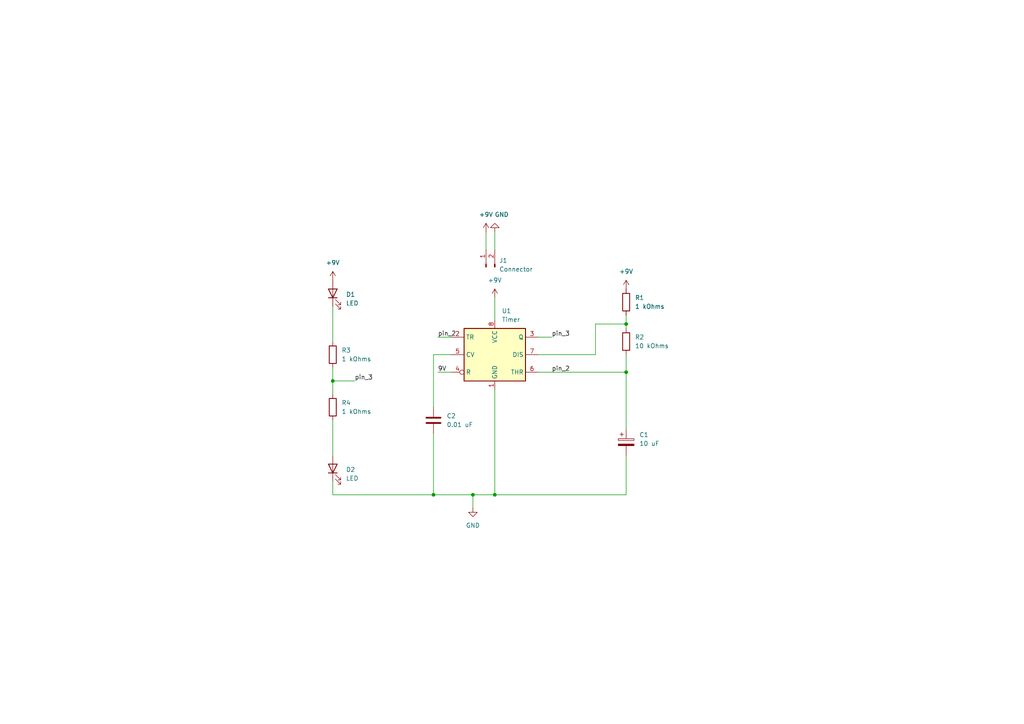
<source format=kicad_sch>
(kicad_sch (version 20211123) (generator eeschema)

  (uuid e760c7b1-4d3b-4c86-b0e3-f07237099bb0)

  (paper "A4")

  (lib_symbols
    (symbol "Connector:Conn_01x02_Male" (pin_names (offset 1.016) hide) (in_bom yes) (on_board yes)
      (property "Reference" "J" (id 0) (at 0 2.54 0)
        (effects (font (size 1.27 1.27)))
      )
      (property "Value" "Conn_01x02_Male" (id 1) (at 0 -5.08 0)
        (effects (font (size 1.27 1.27)))
      )
      (property "Footprint" "" (id 2) (at 0 0 0)
        (effects (font (size 1.27 1.27)) hide)
      )
      (property "Datasheet" "~" (id 3) (at 0 0 0)
        (effects (font (size 1.27 1.27)) hide)
      )
      (property "ki_keywords" "connector" (id 4) (at 0 0 0)
        (effects (font (size 1.27 1.27)) hide)
      )
      (property "ki_description" "Generic connector, single row, 01x02, script generated (kicad-library-utils/schlib/autogen/connector/)" (id 5) (at 0 0 0)
        (effects (font (size 1.27 1.27)) hide)
      )
      (property "ki_fp_filters" "Connector*:*_1x??_*" (id 6) (at 0 0 0)
        (effects (font (size 1.27 1.27)) hide)
      )
      (symbol "Conn_01x02_Male_1_1"
        (polyline
          (pts
            (xy 1.27 -2.54)
            (xy 0.8636 -2.54)
          )
          (stroke (width 0.1524) (type default) (color 0 0 0 0))
          (fill (type none))
        )
        (polyline
          (pts
            (xy 1.27 0)
            (xy 0.8636 0)
          )
          (stroke (width 0.1524) (type default) (color 0 0 0 0))
          (fill (type none))
        )
        (rectangle (start 0.8636 -2.413) (end 0 -2.667)
          (stroke (width 0.1524) (type default) (color 0 0 0 0))
          (fill (type outline))
        )
        (rectangle (start 0.8636 0.127) (end 0 -0.127)
          (stroke (width 0.1524) (type default) (color 0 0 0 0))
          (fill (type outline))
        )
        (pin passive line (at 5.08 0 180) (length 3.81)
          (name "Pin_1" (effects (font (size 1.27 1.27))))
          (number "1" (effects (font (size 1.27 1.27))))
        )
        (pin passive line (at 5.08 -2.54 180) (length 3.81)
          (name "Pin_2" (effects (font (size 1.27 1.27))))
          (number "2" (effects (font (size 1.27 1.27))))
        )
      )
    )
    (symbol "Device:C" (pin_numbers hide) (pin_names (offset 0.254)) (in_bom yes) (on_board yes)
      (property "Reference" "C" (id 0) (at 0.635 2.54 0)
        (effects (font (size 1.27 1.27)) (justify left))
      )
      (property "Value" "C" (id 1) (at 0.635 -2.54 0)
        (effects (font (size 1.27 1.27)) (justify left))
      )
      (property "Footprint" "" (id 2) (at 0.9652 -3.81 0)
        (effects (font (size 1.27 1.27)) hide)
      )
      (property "Datasheet" "~" (id 3) (at 0 0 0)
        (effects (font (size 1.27 1.27)) hide)
      )
      (property "ki_keywords" "cap capacitor" (id 4) (at 0 0 0)
        (effects (font (size 1.27 1.27)) hide)
      )
      (property "ki_description" "Unpolarized capacitor" (id 5) (at 0 0 0)
        (effects (font (size 1.27 1.27)) hide)
      )
      (property "ki_fp_filters" "C_*" (id 6) (at 0 0 0)
        (effects (font (size 1.27 1.27)) hide)
      )
      (symbol "C_0_1"
        (polyline
          (pts
            (xy -2.032 -0.762)
            (xy 2.032 -0.762)
          )
          (stroke (width 0.508) (type default) (color 0 0 0 0))
          (fill (type none))
        )
        (polyline
          (pts
            (xy -2.032 0.762)
            (xy 2.032 0.762)
          )
          (stroke (width 0.508) (type default) (color 0 0 0 0))
          (fill (type none))
        )
      )
      (symbol "C_1_1"
        (pin passive line (at 0 3.81 270) (length 2.794)
          (name "~" (effects (font (size 1.27 1.27))))
          (number "1" (effects (font (size 1.27 1.27))))
        )
        (pin passive line (at 0 -3.81 90) (length 2.794)
          (name "~" (effects (font (size 1.27 1.27))))
          (number "2" (effects (font (size 1.27 1.27))))
        )
      )
    )
    (symbol "Device:C_Polarized" (pin_numbers hide) (pin_names (offset 0.254)) (in_bom yes) (on_board yes)
      (property "Reference" "C" (id 0) (at 0.635 2.54 0)
        (effects (font (size 1.27 1.27)) (justify left))
      )
      (property "Value" "C_Polarized" (id 1) (at 0.635 -2.54 0)
        (effects (font (size 1.27 1.27)) (justify left))
      )
      (property "Footprint" "" (id 2) (at 0.9652 -3.81 0)
        (effects (font (size 1.27 1.27)) hide)
      )
      (property "Datasheet" "~" (id 3) (at 0 0 0)
        (effects (font (size 1.27 1.27)) hide)
      )
      (property "ki_keywords" "cap capacitor" (id 4) (at 0 0 0)
        (effects (font (size 1.27 1.27)) hide)
      )
      (property "ki_description" "Polarized capacitor" (id 5) (at 0 0 0)
        (effects (font (size 1.27 1.27)) hide)
      )
      (property "ki_fp_filters" "CP_*" (id 6) (at 0 0 0)
        (effects (font (size 1.27 1.27)) hide)
      )
      (symbol "C_Polarized_0_1"
        (rectangle (start -2.286 0.508) (end 2.286 1.016)
          (stroke (width 0) (type default) (color 0 0 0 0))
          (fill (type none))
        )
        (polyline
          (pts
            (xy -1.778 2.286)
            (xy -0.762 2.286)
          )
          (stroke (width 0) (type default) (color 0 0 0 0))
          (fill (type none))
        )
        (polyline
          (pts
            (xy -1.27 2.794)
            (xy -1.27 1.778)
          )
          (stroke (width 0) (type default) (color 0 0 0 0))
          (fill (type none))
        )
        (rectangle (start 2.286 -0.508) (end -2.286 -1.016)
          (stroke (width 0) (type default) (color 0 0 0 0))
          (fill (type outline))
        )
      )
      (symbol "C_Polarized_1_1"
        (pin passive line (at 0 3.81 270) (length 2.794)
          (name "~" (effects (font (size 1.27 1.27))))
          (number "1" (effects (font (size 1.27 1.27))))
        )
        (pin passive line (at 0 -3.81 90) (length 2.794)
          (name "~" (effects (font (size 1.27 1.27))))
          (number "2" (effects (font (size 1.27 1.27))))
        )
      )
    )
    (symbol "Device:LED" (pin_numbers hide) (pin_names (offset 1.016) hide) (in_bom yes) (on_board yes)
      (property "Reference" "D" (id 0) (at 0 2.54 0)
        (effects (font (size 1.27 1.27)))
      )
      (property "Value" "LED" (id 1) (at 0 -2.54 0)
        (effects (font (size 1.27 1.27)))
      )
      (property "Footprint" "" (id 2) (at 0 0 0)
        (effects (font (size 1.27 1.27)) hide)
      )
      (property "Datasheet" "~" (id 3) (at 0 0 0)
        (effects (font (size 1.27 1.27)) hide)
      )
      (property "ki_keywords" "LED diode" (id 4) (at 0 0 0)
        (effects (font (size 1.27 1.27)) hide)
      )
      (property "ki_description" "Light emitting diode" (id 5) (at 0 0 0)
        (effects (font (size 1.27 1.27)) hide)
      )
      (property "ki_fp_filters" "LED* LED_SMD:* LED_THT:*" (id 6) (at 0 0 0)
        (effects (font (size 1.27 1.27)) hide)
      )
      (symbol "LED_0_1"
        (polyline
          (pts
            (xy -1.27 -1.27)
            (xy -1.27 1.27)
          )
          (stroke (width 0.254) (type default) (color 0 0 0 0))
          (fill (type none))
        )
        (polyline
          (pts
            (xy -1.27 0)
            (xy 1.27 0)
          )
          (stroke (width 0) (type default) (color 0 0 0 0))
          (fill (type none))
        )
        (polyline
          (pts
            (xy 1.27 -1.27)
            (xy 1.27 1.27)
            (xy -1.27 0)
            (xy 1.27 -1.27)
          )
          (stroke (width 0.254) (type default) (color 0 0 0 0))
          (fill (type none))
        )
        (polyline
          (pts
            (xy -3.048 -0.762)
            (xy -4.572 -2.286)
            (xy -3.81 -2.286)
            (xy -4.572 -2.286)
            (xy -4.572 -1.524)
          )
          (stroke (width 0) (type default) (color 0 0 0 0))
          (fill (type none))
        )
        (polyline
          (pts
            (xy -1.778 -0.762)
            (xy -3.302 -2.286)
            (xy -2.54 -2.286)
            (xy -3.302 -2.286)
            (xy -3.302 -1.524)
          )
          (stroke (width 0) (type default) (color 0 0 0 0))
          (fill (type none))
        )
      )
      (symbol "LED_1_1"
        (pin passive line (at -3.81 0 0) (length 2.54)
          (name "K" (effects (font (size 1.27 1.27))))
          (number "1" (effects (font (size 1.27 1.27))))
        )
        (pin passive line (at 3.81 0 180) (length 2.54)
          (name "A" (effects (font (size 1.27 1.27))))
          (number "2" (effects (font (size 1.27 1.27))))
        )
      )
    )
    (symbol "Device:R" (pin_numbers hide) (pin_names (offset 0)) (in_bom yes) (on_board yes)
      (property "Reference" "R" (id 0) (at 2.032 0 90)
        (effects (font (size 1.27 1.27)))
      )
      (property "Value" "R" (id 1) (at 0 0 90)
        (effects (font (size 1.27 1.27)))
      )
      (property "Footprint" "" (id 2) (at -1.778 0 90)
        (effects (font (size 1.27 1.27)) hide)
      )
      (property "Datasheet" "~" (id 3) (at 0 0 0)
        (effects (font (size 1.27 1.27)) hide)
      )
      (property "ki_keywords" "R res resistor" (id 4) (at 0 0 0)
        (effects (font (size 1.27 1.27)) hide)
      )
      (property "ki_description" "Resistor" (id 5) (at 0 0 0)
        (effects (font (size 1.27 1.27)) hide)
      )
      (property "ki_fp_filters" "R_*" (id 6) (at 0 0 0)
        (effects (font (size 1.27 1.27)) hide)
      )
      (symbol "R_0_1"
        (rectangle (start -1.016 -2.54) (end 1.016 2.54)
          (stroke (width 0.254) (type default) (color 0 0 0 0))
          (fill (type none))
        )
      )
      (symbol "R_1_1"
        (pin passive line (at 0 3.81 270) (length 1.27)
          (name "~" (effects (font (size 1.27 1.27))))
          (number "1" (effects (font (size 1.27 1.27))))
        )
        (pin passive line (at 0 -3.81 90) (length 1.27)
          (name "~" (effects (font (size 1.27 1.27))))
          (number "2" (effects (font (size 1.27 1.27))))
        )
      )
    )
    (symbol "Timer:NE555D" (in_bom yes) (on_board yes)
      (property "Reference" "U" (id 0) (at -10.16 8.89 0)
        (effects (font (size 1.27 1.27)) (justify left))
      )
      (property "Value" "NE555D" (id 1) (at 2.54 8.89 0)
        (effects (font (size 1.27 1.27)) (justify left))
      )
      (property "Footprint" "Package_SO:SOIC-8_3.9x4.9mm_P1.27mm" (id 2) (at 21.59 -10.16 0)
        (effects (font (size 1.27 1.27)) hide)
      )
      (property "Datasheet" "http://www.ti.com/lit/ds/symlink/ne555.pdf" (id 3) (at 21.59 -10.16 0)
        (effects (font (size 1.27 1.27)) hide)
      )
      (property "ki_keywords" "single timer 555" (id 4) (at 0 0 0)
        (effects (font (size 1.27 1.27)) hide)
      )
      (property "ki_description" "Precision Timers, 555 compatible, SOIC-8" (id 5) (at 0 0 0)
        (effects (font (size 1.27 1.27)) hide)
      )
      (property "ki_fp_filters" "SOIC*3.9x4.9mm*P1.27mm*" (id 6) (at 0 0 0)
        (effects (font (size 1.27 1.27)) hide)
      )
      (symbol "NE555D_0_0"
        (pin power_in line (at 0 -10.16 90) (length 2.54)
          (name "GND" (effects (font (size 1.27 1.27))))
          (number "1" (effects (font (size 1.27 1.27))))
        )
        (pin power_in line (at 0 10.16 270) (length 2.54)
          (name "VCC" (effects (font (size 1.27 1.27))))
          (number "8" (effects (font (size 1.27 1.27))))
        )
      )
      (symbol "NE555D_0_1"
        (rectangle (start -8.89 -7.62) (end 8.89 7.62)
          (stroke (width 0.254) (type default) (color 0 0 0 0))
          (fill (type background))
        )
        (rectangle (start -8.89 -7.62) (end 8.89 7.62)
          (stroke (width 0.254) (type default) (color 0 0 0 0))
          (fill (type background))
        )
      )
      (symbol "NE555D_1_1"
        (pin input line (at -12.7 5.08 0) (length 3.81)
          (name "TR" (effects (font (size 1.27 1.27))))
          (number "2" (effects (font (size 1.27 1.27))))
        )
        (pin output line (at 12.7 5.08 180) (length 3.81)
          (name "Q" (effects (font (size 1.27 1.27))))
          (number "3" (effects (font (size 1.27 1.27))))
        )
        (pin input inverted (at -12.7 -5.08 0) (length 3.81)
          (name "R" (effects (font (size 1.27 1.27))))
          (number "4" (effects (font (size 1.27 1.27))))
        )
        (pin input line (at -12.7 0 0) (length 3.81)
          (name "CV" (effects (font (size 1.27 1.27))))
          (number "5" (effects (font (size 1.27 1.27))))
        )
        (pin input line (at 12.7 -5.08 180) (length 3.81)
          (name "THR" (effects (font (size 1.27 1.27))))
          (number "6" (effects (font (size 1.27 1.27))))
        )
        (pin input line (at 12.7 0 180) (length 3.81)
          (name "DIS" (effects (font (size 1.27 1.27))))
          (number "7" (effects (font (size 1.27 1.27))))
        )
      )
    )
    (symbol "power:+9V" (power) (pin_names (offset 0)) (in_bom yes) (on_board yes)
      (property "Reference" "#PWR" (id 0) (at 0 -3.81 0)
        (effects (font (size 1.27 1.27)) hide)
      )
      (property "Value" "+9V" (id 1) (at 0 3.556 0)
        (effects (font (size 1.27 1.27)))
      )
      (property "Footprint" "" (id 2) (at 0 0 0)
        (effects (font (size 1.27 1.27)) hide)
      )
      (property "Datasheet" "" (id 3) (at 0 0 0)
        (effects (font (size 1.27 1.27)) hide)
      )
      (property "ki_keywords" "global power" (id 4) (at 0 0 0)
        (effects (font (size 1.27 1.27)) hide)
      )
      (property "ki_description" "Power symbol creates a global label with name \"+9V\"" (id 5) (at 0 0 0)
        (effects (font (size 1.27 1.27)) hide)
      )
      (symbol "+9V_0_1"
        (polyline
          (pts
            (xy -0.762 1.27)
            (xy 0 2.54)
          )
          (stroke (width 0) (type default) (color 0 0 0 0))
          (fill (type none))
        )
        (polyline
          (pts
            (xy 0 0)
            (xy 0 2.54)
          )
          (stroke (width 0) (type default) (color 0 0 0 0))
          (fill (type none))
        )
        (polyline
          (pts
            (xy 0 2.54)
            (xy 0.762 1.27)
          )
          (stroke (width 0) (type default) (color 0 0 0 0))
          (fill (type none))
        )
      )
      (symbol "+9V_1_1"
        (pin power_in line (at 0 0 90) (length 0) hide
          (name "+9V" (effects (font (size 1.27 1.27))))
          (number "1" (effects (font (size 1.27 1.27))))
        )
      )
    )
    (symbol "power:GND" (power) (pin_names (offset 0)) (in_bom yes) (on_board yes)
      (property "Reference" "#PWR" (id 0) (at 0 -6.35 0)
        (effects (font (size 1.27 1.27)) hide)
      )
      (property "Value" "GND" (id 1) (at 0 -3.81 0)
        (effects (font (size 1.27 1.27)))
      )
      (property "Footprint" "" (id 2) (at 0 0 0)
        (effects (font (size 1.27 1.27)) hide)
      )
      (property "Datasheet" "" (id 3) (at 0 0 0)
        (effects (font (size 1.27 1.27)) hide)
      )
      (property "ki_keywords" "global power" (id 4) (at 0 0 0)
        (effects (font (size 1.27 1.27)) hide)
      )
      (property "ki_description" "Power symbol creates a global label with name \"GND\" , ground" (id 5) (at 0 0 0)
        (effects (font (size 1.27 1.27)) hide)
      )
      (symbol "GND_0_1"
        (polyline
          (pts
            (xy 0 0)
            (xy 0 -1.27)
            (xy 1.27 -1.27)
            (xy 0 -2.54)
            (xy -1.27 -1.27)
            (xy 0 -1.27)
          )
          (stroke (width 0) (type default) (color 0 0 0 0))
          (fill (type none))
        )
      )
      (symbol "GND_1_1"
        (pin power_in line (at 0 0 270) (length 0) hide
          (name "GND" (effects (font (size 1.27 1.27))))
          (number "1" (effects (font (size 1.27 1.27))))
        )
      )
    )
  )

  (junction (at 181.61 93.98) (diameter 0) (color 0 0 0 0)
    (uuid 4744dfd4-2212-4713-83b2-bc5b4c027e64)
  )
  (junction (at 181.61 107.95) (diameter 0) (color 0 0 0 0)
    (uuid 688a554f-f82a-444f-ba13-1bb71ccc0bed)
  )
  (junction (at 143.51 143.51) (diameter 0) (color 0 0 0 0)
    (uuid 7da3f725-aab3-4a13-beb1-7984b4f8e33b)
  )
  (junction (at 96.52 110.49) (diameter 0) (color 0 0 0 0)
    (uuid 81afbb31-634a-4d11-af7a-98c3f93651a4)
  )
  (junction (at 125.73 143.51) (diameter 0) (color 0 0 0 0)
    (uuid ded467f9-e452-46ba-81cc-61741da0f37c)
  )
  (junction (at 137.16 143.51) (diameter 0) (color 0 0 0 0)
    (uuid e3187303-a30f-43c8-8627-a998c965da3a)
  )

  (wire (pts (xy 181.61 91.44) (xy 181.61 93.98))
    (stroke (width 0) (type default) (color 0 0 0 0))
    (uuid 0386243b-e133-4512-9ceb-d62a0c3c8649)
  )
  (wire (pts (xy 96.52 139.7) (xy 96.52 143.51))
    (stroke (width 0) (type default) (color 0 0 0 0))
    (uuid 0ea23fd6-1c60-4bf5-8a4f-6902157668db)
  )
  (wire (pts (xy 127 107.95) (xy 130.81 107.95))
    (stroke (width 0) (type default) (color 0 0 0 0))
    (uuid 0f2092d8-6e69-4590-9cb7-9852fe89ebfe)
  )
  (wire (pts (xy 96.52 106.68) (xy 96.52 110.49))
    (stroke (width 0) (type default) (color 0 0 0 0))
    (uuid 1f9760c8-d812-40fe-9035-c2c89d087c0a)
  )
  (wire (pts (xy 130.81 102.87) (xy 125.73 102.87))
    (stroke (width 0) (type default) (color 0 0 0 0))
    (uuid 224154bc-4fc9-41eb-a16c-32b9adad3fc7)
  )
  (wire (pts (xy 127 97.79) (xy 130.81 97.79))
    (stroke (width 0) (type default) (color 0 0 0 0))
    (uuid 2a94e43f-94fc-469a-b35a-221a87d1d339)
  )
  (wire (pts (xy 143.51 143.51) (xy 181.61 143.51))
    (stroke (width 0) (type default) (color 0 0 0 0))
    (uuid 2f812344-8003-461b-97e2-81a79555ada6)
  )
  (wire (pts (xy 156.21 97.79) (xy 160.02 97.79))
    (stroke (width 0) (type default) (color 0 0 0 0))
    (uuid 35d99a95-6d24-4b5f-b49c-9cf02f5af59c)
  )
  (wire (pts (xy 156.21 107.95) (xy 181.61 107.95))
    (stroke (width 0) (type default) (color 0 0 0 0))
    (uuid 41f821d4-f1d2-4033-8cd6-fccd54c69049)
  )
  (wire (pts (xy 143.51 113.03) (xy 143.51 143.51))
    (stroke (width 0) (type default) (color 0 0 0 0))
    (uuid 44e7317d-b1ea-4467-9aa0-54d9f04a2754)
  )
  (wire (pts (xy 181.61 107.95) (xy 181.61 124.46))
    (stroke (width 0) (type default) (color 0 0 0 0))
    (uuid 4aa22501-364e-499e-a24a-93de5cf9046c)
  )
  (wire (pts (xy 125.73 143.51) (xy 137.16 143.51))
    (stroke (width 0) (type default) (color 0 0 0 0))
    (uuid 539aed8d-cf64-4ccd-9257-216c44b9c0e8)
  )
  (wire (pts (xy 172.72 102.87) (xy 172.72 93.98))
    (stroke (width 0) (type default) (color 0 0 0 0))
    (uuid 6b195e07-835f-4e7d-ac26-07a78e7c064a)
  )
  (wire (pts (xy 172.72 93.98) (xy 181.61 93.98))
    (stroke (width 0) (type default) (color 0 0 0 0))
    (uuid 716ab167-f81f-4f29-9539-e4f489e6ab39)
  )
  (wire (pts (xy 96.52 121.92) (xy 96.52 132.08))
    (stroke (width 0) (type default) (color 0 0 0 0))
    (uuid 71b5f7a6-8693-4b54-acdd-601f369c51ee)
  )
  (wire (pts (xy 96.52 88.9) (xy 96.52 99.06))
    (stroke (width 0) (type default) (color 0 0 0 0))
    (uuid 7cf92171-d02d-42f1-b11c-03a05daeeb00)
  )
  (wire (pts (xy 140.97 67.31) (xy 140.97 72.39))
    (stroke (width 0) (type default) (color 0 0 0 0))
    (uuid 80fa3b55-ca2e-47c9-b6f5-24590137c86c)
  )
  (wire (pts (xy 181.61 93.98) (xy 181.61 95.25))
    (stroke (width 0) (type default) (color 0 0 0 0))
    (uuid 93d53157-87b3-4052-9c02-0b0cd8544e44)
  )
  (wire (pts (xy 137.16 143.51) (xy 137.16 147.32))
    (stroke (width 0) (type default) (color 0 0 0 0))
    (uuid 940bf7a3-e8d5-45bf-9251-681d8b3f6d24)
  )
  (wire (pts (xy 96.52 110.49) (xy 96.52 114.3))
    (stroke (width 0) (type default) (color 0 0 0 0))
    (uuid 97ad1579-025d-4305-873f-b672deddc523)
  )
  (wire (pts (xy 125.73 125.73) (xy 125.73 143.51))
    (stroke (width 0) (type default) (color 0 0 0 0))
    (uuid 9c0f1d47-3b4c-4231-bea9-d77979f0cf2c)
  )
  (wire (pts (xy 96.52 143.51) (xy 125.73 143.51))
    (stroke (width 0) (type default) (color 0 0 0 0))
    (uuid ae1f862a-f8f7-4e2b-a0c0-682ea60e9c50)
  )
  (wire (pts (xy 143.51 67.31) (xy 143.51 72.39))
    (stroke (width 0) (type default) (color 0 0 0 0))
    (uuid b70be0dc-f1c9-431d-91ef-a916fcb9a606)
  )
  (wire (pts (xy 156.21 102.87) (xy 172.72 102.87))
    (stroke (width 0) (type default) (color 0 0 0 0))
    (uuid b7590bdd-b1f8-4731-ae73-aa5e9decff0d)
  )
  (wire (pts (xy 125.73 102.87) (xy 125.73 118.11))
    (stroke (width 0) (type default) (color 0 0 0 0))
    (uuid c8cf9bc7-5433-40dd-8e7d-dfccb7af478c)
  )
  (wire (pts (xy 96.52 110.49) (xy 102.87 110.49))
    (stroke (width 0) (type default) (color 0 0 0 0))
    (uuid cb45e834-c801-42f9-9cfa-f7c0dedb623c)
  )
  (wire (pts (xy 137.16 143.51) (xy 143.51 143.51))
    (stroke (width 0) (type default) (color 0 0 0 0))
    (uuid e437ea99-d029-4eff-9ab3-354b2c404e6a)
  )
  (wire (pts (xy 181.61 143.51) (xy 181.61 132.08))
    (stroke (width 0) (type default) (color 0 0 0 0))
    (uuid e968ebf4-58c2-4c44-8f56-99180a421d24)
  )
  (wire (pts (xy 143.51 86.36) (xy 143.51 92.71))
    (stroke (width 0) (type default) (color 0 0 0 0))
    (uuid faed0f6a-04ad-4c59-a95f-0a04abf5e21b)
  )
  (wire (pts (xy 181.61 102.87) (xy 181.61 107.95))
    (stroke (width 0) (type default) (color 0 0 0 0))
    (uuid fe206535-8385-4a71-a6c6-23d9d2f7be77)
  )

  (label "pin_3" (at 102.87 110.49 0)
    (effects (font (size 1.27 1.27)) (justify left bottom))
    (uuid 480d2f89-9801-4f05-ac53-98b4f1e65078)
  )
  (label "pin_2" (at 127 97.79 0)
    (effects (font (size 1.27 1.27)) (justify left bottom))
    (uuid bb4017ac-f6c9-46f8-81b1-633afe5ba19c)
  )
  (label "pin_2" (at 160.02 107.95 0)
    (effects (font (size 1.27 1.27)) (justify left bottom))
    (uuid c228d715-1871-4fbb-985e-e0ae1d80f0e7)
  )
  (label "9V" (at 127 107.95 0)
    (effects (font (size 1.27 1.27)) (justify left bottom))
    (uuid c3ed9254-0c18-4d41-8bf6-882c05eb539f)
  )
  (label "pin_3" (at 160.02 97.79 0)
    (effects (font (size 1.27 1.27)) (justify left bottom))
    (uuid d3489be9-a38b-421d-b9ab-e8d25dd1b40b)
  )

  (symbol (lib_id "Connector:Conn_01x02_Male") (at 140.97 77.47 90) (unit 1)
    (in_bom yes) (on_board yes) (fields_autoplaced)
    (uuid 1b336aed-4c02-4614-993e-30df816cacf2)
    (property "Reference" "J1" (id 0) (at 144.78 75.5649 90)
      (effects (font (size 1.27 1.27)) (justify right))
    )
    (property "Value" "Connector" (id 1) (at 144.78 78.1049 90)
      (effects (font (size 1.27 1.27)) (justify right))
    )
    (property "Footprint" "TerminalBlock:TerminalBlock_bornier-2_P5.08mm" (id 2) (at 140.97 77.47 0)
      (effects (font (size 1.27 1.27)) hide)
    )
    (property "Datasheet" "~" (id 3) (at 140.97 77.47 0)
      (effects (font (size 1.27 1.27)) hide)
    )
    (pin "1" (uuid 805e06d4-1e2a-4ddd-930c-f328cffa0467))
    (pin "2" (uuid 6b901218-d633-48c3-bee5-b1ac74634b53))
  )

  (symbol (lib_id "Device:LED") (at 96.52 135.89 90) (unit 1)
    (in_bom yes) (on_board yes) (fields_autoplaced)
    (uuid 2dc6e577-f966-4483-b156-697886ada2fc)
    (property "Reference" "D2" (id 0) (at 100.33 136.2074 90)
      (effects (font (size 1.27 1.27)) (justify right))
    )
    (property "Value" "LED" (id 1) (at 100.33 138.7474 90)
      (effects (font (size 1.27 1.27)) (justify right))
    )
    (property "Footprint" "LED_SMD:LED_1206_3216Metric_Pad1.42x1.75mm_HandSolder" (id 2) (at 96.52 135.89 0)
      (effects (font (size 1.27 1.27)) hide)
    )
    (property "Datasheet" "~" (id 3) (at 96.52 135.89 0)
      (effects (font (size 1.27 1.27)) hide)
    )
    (pin "1" (uuid a8047ec4-d15e-4181-9df4-c94b85e5d3b0))
    (pin "2" (uuid 5f2370c5-c081-49b6-b126-1de39722da3a))
  )

  (symbol (lib_id "Device:C") (at 125.73 121.92 0) (unit 1)
    (in_bom yes) (on_board yes) (fields_autoplaced)
    (uuid 3ec3f434-16be-41c0-9af5-09607b1c38a0)
    (property "Reference" "C2" (id 0) (at 129.54 120.6499 0)
      (effects (font (size 1.27 1.27)) (justify left))
    )
    (property "Value" "0.01 uF" (id 1) (at 129.54 123.1899 0)
      (effects (font (size 1.27 1.27)) (justify left))
    )
    (property "Footprint" "Capacitor_SMD:C_0805_2012Metric_Pad1.18x1.45mm_HandSolder" (id 2) (at 126.6952 125.73 0)
      (effects (font (size 1.27 1.27)) hide)
    )
    (property "Datasheet" "~" (id 3) (at 125.73 121.92 0)
      (effects (font (size 1.27 1.27)) hide)
    )
    (pin "1" (uuid 3e0dc4c3-a2cc-4f10-a503-3907b93385a7))
    (pin "2" (uuid f6a37cd4-64fa-4bb3-9289-f29660d4b3d8))
  )

  (symbol (lib_id "Device:R") (at 96.52 102.87 0) (unit 1)
    (in_bom yes) (on_board yes) (fields_autoplaced)
    (uuid 43c8b0f9-9574-445a-932a-4b62f55a8dda)
    (property "Reference" "R3" (id 0) (at 99.06 101.5999 0)
      (effects (font (size 1.27 1.27)) (justify left))
    )
    (property "Value" "1 kOhms" (id 1) (at 99.06 104.1399 0)
      (effects (font (size 1.27 1.27)) (justify left))
    )
    (property "Footprint" "Resistor_SMD:R_0805_2012Metric_Pad1.20x1.40mm_HandSolder" (id 2) (at 94.742 102.87 90)
      (effects (font (size 1.27 1.27)) hide)
    )
    (property "Datasheet" "~" (id 3) (at 96.52 102.87 0)
      (effects (font (size 1.27 1.27)) hide)
    )
    (pin "1" (uuid 8a7106e6-9644-440e-990b-1311a03481d0))
    (pin "2" (uuid 46374334-2439-4f9d-ae5c-0b0ea3819c7a))
  )

  (symbol (lib_id "power:+9V") (at 143.51 86.36 0) (unit 1)
    (in_bom yes) (on_board yes) (fields_autoplaced)
    (uuid 45507001-a609-43aa-8c58-8d7079fe37d9)
    (property "Reference" "#PWR0101" (id 0) (at 143.51 90.17 0)
      (effects (font (size 1.27 1.27)) hide)
    )
    (property "Value" "+9V" (id 1) (at 143.51 81.28 0))
    (property "Footprint" "" (id 2) (at 143.51 86.36 0)
      (effects (font (size 1.27 1.27)) hide)
    )
    (property "Datasheet" "" (id 3) (at 143.51 86.36 0)
      (effects (font (size 1.27 1.27)) hide)
    )
    (pin "1" (uuid cc7c7f8a-661c-413a-aaa8-2f524e5d6012))
  )

  (symbol (lib_id "Device:R") (at 181.61 99.06 0) (unit 1)
    (in_bom yes) (on_board yes) (fields_autoplaced)
    (uuid 4ef72730-13a3-41e0-8826-2a19531ca1bf)
    (property "Reference" "R2" (id 0) (at 184.15 97.7899 0)
      (effects (font (size 1.27 1.27)) (justify left))
    )
    (property "Value" "10 kOhms" (id 1) (at 184.15 100.3299 0)
      (effects (font (size 1.27 1.27)) (justify left))
    )
    (property "Footprint" "Resistor_SMD:R_0805_2012Metric_Pad1.20x1.40mm_HandSolder" (id 2) (at 179.832 99.06 90)
      (effects (font (size 1.27 1.27)) hide)
    )
    (property "Datasheet" "~" (id 3) (at 181.61 99.06 0)
      (effects (font (size 1.27 1.27)) hide)
    )
    (pin "1" (uuid 36f6c121-1e66-47f9-abdd-387bee110603))
    (pin "2" (uuid c69dedb4-98f2-43b6-813e-adda53ca830e))
  )

  (symbol (lib_id "power:+9V") (at 96.52 81.28 0) (unit 1)
    (in_bom yes) (on_board yes) (fields_autoplaced)
    (uuid 58706176-e371-44a9-bac4-2efb0d684948)
    (property "Reference" "#PWR0106" (id 0) (at 96.52 85.09 0)
      (effects (font (size 1.27 1.27)) hide)
    )
    (property "Value" "+9V" (id 1) (at 96.52 76.2 0))
    (property "Footprint" "" (id 2) (at 96.52 81.28 0)
      (effects (font (size 1.27 1.27)) hide)
    )
    (property "Datasheet" "" (id 3) (at 96.52 81.28 0)
      (effects (font (size 1.27 1.27)) hide)
    )
    (pin "1" (uuid 1f12a2f1-75d5-4363-ac06-5cac66a66223))
  )

  (symbol (lib_id "Timer:NE555D") (at 143.51 102.87 0) (unit 1)
    (in_bom yes) (on_board yes) (fields_autoplaced)
    (uuid 593f3ea8-f54f-4ba5-a92b-4bf27f1e53d0)
    (property "Reference" "U1" (id 0) (at 145.5294 90.17 0)
      (effects (font (size 1.27 1.27)) (justify left))
    )
    (property "Value" "Timer" (id 1) (at 145.5294 92.71 0)
      (effects (font (size 1.27 1.27)) (justify left))
    )
    (property "Footprint" "Package_SO:SOIC-8-1EP_3.9x4.9mm_P1.27mm_EP2.29x3mm" (id 2) (at 165.1 113.03 0)
      (effects (font (size 1.27 1.27)) hide)
    )
    (property "Datasheet" "http://www.ti.com/lit/ds/symlink/ne555.pdf" (id 3) (at 165.1 113.03 0)
      (effects (font (size 1.27 1.27)) hide)
    )
    (pin "1" (uuid fa8f38f3-97f9-45f7-a5af-d74359f3c4e2))
    (pin "8" (uuid 5a74d62b-6562-4256-834a-a9e8d303e935))
    (pin "2" (uuid 667585dd-138f-408c-ae12-d3fc520eb2b7))
    (pin "3" (uuid 8121bfde-e7ce-42f5-bd69-99f93ba8a14d))
    (pin "4" (uuid af0e573c-9c3e-41fc-9b87-67e736264e55))
    (pin "5" (uuid c2ad2f5b-2923-44a4-9787-d9a25f9575e5))
    (pin "6" (uuid 6a923930-16d7-4ac2-8b40-32a917f4d4cc))
    (pin "7" (uuid b6c61b2b-39e5-422e-9d52-67d7559bd80a))
  )

  (symbol (lib_id "power:GND") (at 143.51 67.31 180) (unit 1)
    (in_bom yes) (on_board yes)
    (uuid 614944db-a36f-4086-b311-8c18778185d2)
    (property "Reference" "#PWR0103" (id 0) (at 143.51 60.96 0)
      (effects (font (size 1.27 1.27)) hide)
    )
    (property "Value" "GND" (id 1) (at 145.51 62.23 0))
    (property "Footprint" "" (id 2) (at 143.51 67.31 0)
      (effects (font (size 1.27 1.27)) hide)
    )
    (property "Datasheet" "" (id 3) (at 143.51 67.31 0)
      (effects (font (size 1.27 1.27)) hide)
    )
    (pin "1" (uuid e2e11c69-c7f6-405b-8670-d55ba5e3e82a))
  )

  (symbol (lib_id "Device:R") (at 96.52 118.11 0) (unit 1)
    (in_bom yes) (on_board yes) (fields_autoplaced)
    (uuid 9047a31c-7641-4a4e-8fc4-678087127545)
    (property "Reference" "R4" (id 0) (at 99.06 116.8399 0)
      (effects (font (size 1.27 1.27)) (justify left))
    )
    (property "Value" "1 kOhms" (id 1) (at 99.06 119.3799 0)
      (effects (font (size 1.27 1.27)) (justify left))
    )
    (property "Footprint" "Resistor_SMD:R_0805_2012Metric_Pad1.20x1.40mm_HandSolder" (id 2) (at 94.742 118.11 90)
      (effects (font (size 1.27 1.27)) hide)
    )
    (property "Datasheet" "~" (id 3) (at 96.52 118.11 0)
      (effects (font (size 1.27 1.27)) hide)
    )
    (pin "1" (uuid f2921a85-cd06-4729-8102-525b81f6f11a))
    (pin "2" (uuid 4370b086-4017-4f4d-9bfb-cf5d47400623))
  )

  (symbol (lib_id "Device:C_Polarized") (at 181.61 128.27 0) (unit 1)
    (in_bom yes) (on_board yes) (fields_autoplaced)
    (uuid bbc4cf20-1eb9-4111-a923-293d89252318)
    (property "Reference" "C1" (id 0) (at 185.42 126.1109 0)
      (effects (font (size 1.27 1.27)) (justify left))
    )
    (property "Value" "10 uF" (id 1) (at 185.42 128.6509 0)
      (effects (font (size 1.27 1.27)) (justify left))
    )
    (property "Footprint" "Capacitor_Tantalum_SMD:CP_EIA-3216-18_Kemet-A_Pad1.58x1.35mm_HandSolder" (id 2) (at 182.5752 132.08 0)
      (effects (font (size 1.27 1.27)) hide)
    )
    (property "Datasheet" "~" (id 3) (at 181.61 128.27 0)
      (effects (font (size 1.27 1.27)) hide)
    )
    (pin "1" (uuid eae88fb8-6b60-49aa-9587-7f88763c75d2))
    (pin "2" (uuid 84d92e16-de2d-4a50-8e63-67f7222e6a49))
  )

  (symbol (lib_id "power:+9V") (at 140.97 67.31 0) (unit 1)
    (in_bom yes) (on_board yes) (fields_autoplaced)
    (uuid c98c876b-b092-451f-b1cf-cd6b501af8b3)
    (property "Reference" "#PWR0102" (id 0) (at 140.97 71.12 0)
      (effects (font (size 1.27 1.27)) hide)
    )
    (property "Value" "+9V" (id 1) (at 140.97 62.23 0))
    (property "Footprint" "" (id 2) (at 140.97 67.31 0)
      (effects (font (size 1.27 1.27)) hide)
    )
    (property "Datasheet" "" (id 3) (at 140.97 67.31 0)
      (effects (font (size 1.27 1.27)) hide)
    )
    (pin "1" (uuid f55f67f8-5176-4ead-a704-dcb14d5ed398))
  )

  (symbol (lib_id "Device:R") (at 181.61 87.63 0) (unit 1)
    (in_bom yes) (on_board yes) (fields_autoplaced)
    (uuid d8f0cf10-c91c-40df-80e2-025b1663e153)
    (property "Reference" "R1" (id 0) (at 184.15 86.3599 0)
      (effects (font (size 1.27 1.27)) (justify left))
    )
    (property "Value" "1 kOhms" (id 1) (at 184.15 88.8999 0)
      (effects (font (size 1.27 1.27)) (justify left))
    )
    (property "Footprint" "Resistor_SMD:R_0805_2012Metric_Pad1.20x1.40mm_HandSolder" (id 2) (at 179.832 87.63 90)
      (effects (font (size 1.27 1.27)) hide)
    )
    (property "Datasheet" "~" (id 3) (at 181.61 87.63 0)
      (effects (font (size 1.27 1.27)) hide)
    )
    (pin "1" (uuid 4a3d0751-9e82-4bfd-b2e5-081d6767c915))
    (pin "2" (uuid ae1179e8-fb47-4a10-ade6-1c1a349ef4b7))
  )

  (symbol (lib_id "power:+9V") (at 181.61 83.82 0) (unit 1)
    (in_bom yes) (on_board yes) (fields_autoplaced)
    (uuid dc9b52e7-c02b-48d4-877d-51e3bda9c399)
    (property "Reference" "#PWR0104" (id 0) (at 181.61 87.63 0)
      (effects (font (size 1.27 1.27)) hide)
    )
    (property "Value" "+9V" (id 1) (at 181.61 78.74 0))
    (property "Footprint" "" (id 2) (at 181.61 83.82 0)
      (effects (font (size 1.27 1.27)) hide)
    )
    (property "Datasheet" "" (id 3) (at 181.61 83.82 0)
      (effects (font (size 1.27 1.27)) hide)
    )
    (pin "1" (uuid 0fb4c290-da30-4b89-a04b-0577cbf2aabb))
  )

  (symbol (lib_id "Device:LED") (at 96.52 85.09 90) (unit 1)
    (in_bom yes) (on_board yes) (fields_autoplaced)
    (uuid e2c06c30-a416-4194-8346-d318f9f84d9b)
    (property "Reference" "D1" (id 0) (at 100.33 85.4074 90)
      (effects (font (size 1.27 1.27)) (justify right))
    )
    (property "Value" "LED" (id 1) (at 100.33 87.9474 90)
      (effects (font (size 1.27 1.27)) (justify right))
    )
    (property "Footprint" "LED_SMD:LED_1206_3216Metric_Pad1.42x1.75mm_HandSolder" (id 2) (at 96.52 85.09 0)
      (effects (font (size 1.27 1.27)) hide)
    )
    (property "Datasheet" "~" (id 3) (at 96.52 85.09 0)
      (effects (font (size 1.27 1.27)) hide)
    )
    (pin "1" (uuid 79ff2d3a-809b-42e9-9598-f1790973c7f5))
    (pin "2" (uuid 92cae280-fa47-491a-b3e5-db3ff3c264bf))
  )

  (symbol (lib_id "power:GND") (at 137.16 147.32 0) (unit 1)
    (in_bom yes) (on_board yes) (fields_autoplaced)
    (uuid eba5f0b2-1834-46fa-9dc2-366e496e8e43)
    (property "Reference" "#PWR0105" (id 0) (at 137.16 153.67 0)
      (effects (font (size 1.27 1.27)) hide)
    )
    (property "Value" "GND" (id 1) (at 137.16 152.4 0))
    (property "Footprint" "" (id 2) (at 137.16 147.32 0)
      (effects (font (size 1.27 1.27)) hide)
    )
    (property "Datasheet" "" (id 3) (at 137.16 147.32 0)
      (effects (font (size 1.27 1.27)) hide)
    )
    (pin "1" (uuid e0864001-f88a-44cf-a397-c064c47724ff))
  )

  (sheet_instances
    (path "/" (page "1"))
  )

  (symbol_instances
    (path "/45507001-a609-43aa-8c58-8d7079fe37d9"
      (reference "#PWR0101") (unit 1) (value "+9V") (footprint "")
    )
    (path "/c98c876b-b092-451f-b1cf-cd6b501af8b3"
      (reference "#PWR0102") (unit 1) (value "+9V") (footprint "")
    )
    (path "/614944db-a36f-4086-b311-8c18778185d2"
      (reference "#PWR0103") (unit 1) (value "GND") (footprint "")
    )
    (path "/dc9b52e7-c02b-48d4-877d-51e3bda9c399"
      (reference "#PWR0104") (unit 1) (value "+9V") (footprint "")
    )
    (path "/eba5f0b2-1834-46fa-9dc2-366e496e8e43"
      (reference "#PWR0105") (unit 1) (value "GND") (footprint "")
    )
    (path "/58706176-e371-44a9-bac4-2efb0d684948"
      (reference "#PWR0106") (unit 1) (value "+9V") (footprint "")
    )
    (path "/bbc4cf20-1eb9-4111-a923-293d89252318"
      (reference "C1") (unit 1) (value "10 uF") (footprint "Capacitor_Tantalum_SMD:CP_EIA-3216-18_Kemet-A_Pad1.58x1.35mm_HandSolder")
    )
    (path "/3ec3f434-16be-41c0-9af5-09607b1c38a0"
      (reference "C2") (unit 1) (value "0.01 uF") (footprint "Capacitor_SMD:C_0805_2012Metric_Pad1.18x1.45mm_HandSolder")
    )
    (path "/e2c06c30-a416-4194-8346-d318f9f84d9b"
      (reference "D1") (unit 1) (value "LED") (footprint "LED_SMD:LED_1206_3216Metric_Pad1.42x1.75mm_HandSolder")
    )
    (path "/2dc6e577-f966-4483-b156-697886ada2fc"
      (reference "D2") (unit 1) (value "LED") (footprint "LED_SMD:LED_1206_3216Metric_Pad1.42x1.75mm_HandSolder")
    )
    (path "/1b336aed-4c02-4614-993e-30df816cacf2"
      (reference "J1") (unit 1) (value "Connector") (footprint "TerminalBlock:TerminalBlock_bornier-2_P5.08mm")
    )
    (path "/d8f0cf10-c91c-40df-80e2-025b1663e153"
      (reference "R1") (unit 1) (value "1 kOhms") (footprint "Resistor_SMD:R_0805_2012Metric_Pad1.20x1.40mm_HandSolder")
    )
    (path "/4ef72730-13a3-41e0-8826-2a19531ca1bf"
      (reference "R2") (unit 1) (value "10 kOhms") (footprint "Resistor_SMD:R_0805_2012Metric_Pad1.20x1.40mm_HandSolder")
    )
    (path "/43c8b0f9-9574-445a-932a-4b62f55a8dda"
      (reference "R3") (unit 1) (value "1 kOhms") (footprint "Resistor_SMD:R_0805_2012Metric_Pad1.20x1.40mm_HandSolder")
    )
    (path "/9047a31c-7641-4a4e-8fc4-678087127545"
      (reference "R4") (unit 1) (value "1 kOhms") (footprint "Resistor_SMD:R_0805_2012Metric_Pad1.20x1.40mm_HandSolder")
    )
    (path "/593f3ea8-f54f-4ba5-a92b-4bf27f1e53d0"
      (reference "U1") (unit 1) (value "Timer") (footprint "Package_SO:SOIC-8-1EP_3.9x4.9mm_P1.27mm_EP2.29x3mm")
    )
  )
)

</source>
